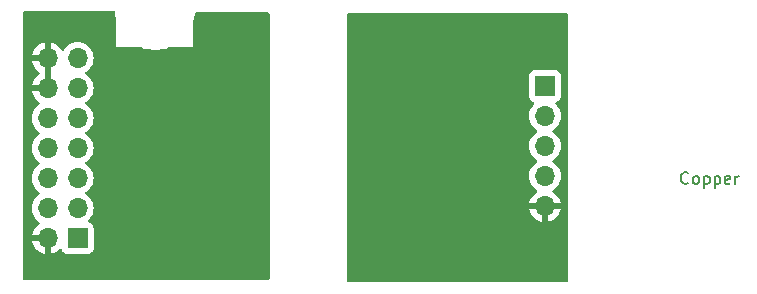
<source format=gbr>
%TF.GenerationSoftware,KiCad,Pcbnew,7.0.10*%
%TF.CreationDate,2024-08-02T12:55:58+01:00*%
%TF.ProjectId,RL78I1C_PMOD_PROG_ADAPTOR_ISO,524c3738-4931-4435-9f50-4d4f445f5052,0*%
%TF.SameCoordinates,PX5b8d800PY7997ee0*%
%TF.FileFunction,Copper,L2,Bot*%
%TF.FilePolarity,Positive*%
%FSLAX46Y46*%
G04 Gerber Fmt 4.6, Leading zero omitted, Abs format (unit mm)*
G04 Created by KiCad (PCBNEW 7.0.10) date 2024-08-02 12:55:58*
%MOMM*%
%LPD*%
G01*
G04 APERTURE LIST*
%ADD10C,0.150000*%
%TA.AperFunction,NonConductor*%
%ADD11C,0.150000*%
%TD*%
%TA.AperFunction,ComponentPad*%
%ADD12O,1.700000X1.700000*%
%TD*%
%TA.AperFunction,ComponentPad*%
%ADD13R,1.700000X1.700000*%
%TD*%
%TA.AperFunction,ViaPad*%
%ADD14C,0.800000*%
%TD*%
G04 APERTURE END LIST*
D10*
D11*
X58634207Y11869420D02*
X58586588Y11821800D01*
X58586588Y11821800D02*
X58443731Y11774181D01*
X58443731Y11774181D02*
X58348493Y11774181D01*
X58348493Y11774181D02*
X58205636Y11821800D01*
X58205636Y11821800D02*
X58110398Y11917039D01*
X58110398Y11917039D02*
X58062779Y12012277D01*
X58062779Y12012277D02*
X58015160Y12202753D01*
X58015160Y12202753D02*
X58015160Y12345610D01*
X58015160Y12345610D02*
X58062779Y12536086D01*
X58062779Y12536086D02*
X58110398Y12631324D01*
X58110398Y12631324D02*
X58205636Y12726562D01*
X58205636Y12726562D02*
X58348493Y12774181D01*
X58348493Y12774181D02*
X58443731Y12774181D01*
X58443731Y12774181D02*
X58586588Y12726562D01*
X58586588Y12726562D02*
X58634207Y12678943D01*
X59205636Y11774181D02*
X59110398Y11821800D01*
X59110398Y11821800D02*
X59062779Y11869420D01*
X59062779Y11869420D02*
X59015160Y11964658D01*
X59015160Y11964658D02*
X59015160Y12250372D01*
X59015160Y12250372D02*
X59062779Y12345610D01*
X59062779Y12345610D02*
X59110398Y12393229D01*
X59110398Y12393229D02*
X59205636Y12440848D01*
X59205636Y12440848D02*
X59348493Y12440848D01*
X59348493Y12440848D02*
X59443731Y12393229D01*
X59443731Y12393229D02*
X59491350Y12345610D01*
X59491350Y12345610D02*
X59538969Y12250372D01*
X59538969Y12250372D02*
X59538969Y11964658D01*
X59538969Y11964658D02*
X59491350Y11869420D01*
X59491350Y11869420D02*
X59443731Y11821800D01*
X59443731Y11821800D02*
X59348493Y11774181D01*
X59348493Y11774181D02*
X59205636Y11774181D01*
X59967541Y12440848D02*
X59967541Y11440848D01*
X59967541Y12393229D02*
X60062779Y12440848D01*
X60062779Y12440848D02*
X60253255Y12440848D01*
X60253255Y12440848D02*
X60348493Y12393229D01*
X60348493Y12393229D02*
X60396112Y12345610D01*
X60396112Y12345610D02*
X60443731Y12250372D01*
X60443731Y12250372D02*
X60443731Y11964658D01*
X60443731Y11964658D02*
X60396112Y11869420D01*
X60396112Y11869420D02*
X60348493Y11821800D01*
X60348493Y11821800D02*
X60253255Y11774181D01*
X60253255Y11774181D02*
X60062779Y11774181D01*
X60062779Y11774181D02*
X59967541Y11821800D01*
X60872303Y12440848D02*
X60872303Y11440848D01*
X60872303Y12393229D02*
X60967541Y12440848D01*
X60967541Y12440848D02*
X61158017Y12440848D01*
X61158017Y12440848D02*
X61253255Y12393229D01*
X61253255Y12393229D02*
X61300874Y12345610D01*
X61300874Y12345610D02*
X61348493Y12250372D01*
X61348493Y12250372D02*
X61348493Y11964658D01*
X61348493Y11964658D02*
X61300874Y11869420D01*
X61300874Y11869420D02*
X61253255Y11821800D01*
X61253255Y11821800D02*
X61158017Y11774181D01*
X61158017Y11774181D02*
X60967541Y11774181D01*
X60967541Y11774181D02*
X60872303Y11821800D01*
X62158017Y11821800D02*
X62062779Y11774181D01*
X62062779Y11774181D02*
X61872303Y11774181D01*
X61872303Y11774181D02*
X61777065Y11821800D01*
X61777065Y11821800D02*
X61729446Y11917039D01*
X61729446Y11917039D02*
X61729446Y12297991D01*
X61729446Y12297991D02*
X61777065Y12393229D01*
X61777065Y12393229D02*
X61872303Y12440848D01*
X61872303Y12440848D02*
X62062779Y12440848D01*
X62062779Y12440848D02*
X62158017Y12393229D01*
X62158017Y12393229D02*
X62205636Y12297991D01*
X62205636Y12297991D02*
X62205636Y12202753D01*
X62205636Y12202753D02*
X61729446Y12107515D01*
X62634208Y11774181D02*
X62634208Y12440848D01*
X62634208Y12250372D02*
X62681827Y12345610D01*
X62681827Y12345610D02*
X62729446Y12393229D01*
X62729446Y12393229D02*
X62824684Y12440848D01*
X62824684Y12440848D02*
X62919922Y12440848D01*
D12*
%TO.P,J1,14,Pin_14*%
%TO.N,GND*%
X4400000Y22420000D03*
%TO.P,J1,13,Pin_13*%
%TO.N,/~{RESET_OUT}*%
X6940000Y22420000D03*
%TO.P,J1,12,Pin_12*%
%TO.N,GND*%
X4400000Y19880000D03*
%TO.P,J1,11,Pin_11*%
%TO.N,unconnected-(J1-Pin_11-Pad11)*%
X6940000Y19880000D03*
%TO.P,J1,10,Pin_10*%
%TO.N,/~{RESET_OUT}*%
X4400000Y17340000D03*
%TO.P,J1,9,Pin_9*%
%TO.N,VCC*%
X6940000Y17340000D03*
%TO.P,J1,8,Pin_8*%
X4400000Y14800000D03*
%TO.P,J1,7,Pin_7*%
%TO.N,unconnected-(J1-Pin_7-Pad7)*%
X6940000Y14800000D03*
%TO.P,J1,6,Pin_6*%
%TO.N,/~{RESET_IN}*%
X4400000Y12260000D03*
%TO.P,J1,5,Pin_5*%
%TO.N,/TOOL0*%
X6940000Y12260000D03*
%TO.P,J1,4,Pin_4*%
%TO.N,unconnected-(J1-Pin_4-Pad4)*%
X4400000Y9720000D03*
%TO.P,J1,3,Pin_3*%
%TO.N,unconnected-(J1-Pin_3-Pad3)*%
X6940000Y9720000D03*
%TO.P,J1,2,Pin_2*%
%TO.N,GND*%
X4400000Y7180000D03*
D13*
%TO.P,J1,1,Pin_1*%
%TO.N,unconnected-(J1-Pin_1-Pad1)*%
X6940000Y7180000D03*
%TD*%
%TO.P,J2,1,Pin_1*%
%TO.N,VCOM*%
X46500000Y20075000D03*
D12*
%TO.P,J2,2,Pin_2*%
%TO.N,/~{RESET_IN_MCU}*%
X46500000Y17535000D03*
%TO.P,J2,3,Pin_3*%
%TO.N,/~{RESET_OUT_MCU}*%
X46500000Y14995000D03*
%TO.P,J2,4,Pin_4*%
%TO.N,/TOOL0_MCU*%
X46500000Y12455000D03*
%TO.P,J2,5,Pin_5*%
%TO.N,GNDD*%
X46500000Y9915000D03*
%TD*%
D14*
%TO.N,GND*%
X19650000Y14150000D03*
X15050000Y5900000D03*
X19650000Y20227500D03*
%TO.N,GNDD*%
X40900000Y11100000D03*
X33200000Y21700000D03*
X32900000Y19300000D03*
X43400000Y5200000D03*
X34900000Y5100000D03*
%TD*%
%TA.AperFunction,Conductor*%
%TO.N,GNDD*%
G36*
X48393039Y26230315D02*
G01*
X48438794Y26177511D01*
X48450000Y26126000D01*
X48450000Y3574000D01*
X48430315Y3506961D01*
X48377511Y3461206D01*
X48326000Y3450000D01*
X29874000Y3450000D01*
X29806961Y3469685D01*
X29761206Y3522489D01*
X29750000Y3574000D01*
X29750000Y12455000D01*
X45144341Y12455000D01*
X45164936Y12219597D01*
X45164938Y12219587D01*
X45226094Y11991345D01*
X45226096Y11991341D01*
X45226097Y11991337D01*
X45325965Y11777170D01*
X45325967Y11777166D01*
X45461501Y11583605D01*
X45461506Y11583598D01*
X45628597Y11416507D01*
X45628603Y11416502D01*
X45814594Y11286270D01*
X45858219Y11231693D01*
X45865413Y11162195D01*
X45833890Y11099840D01*
X45814595Y11083120D01*
X45628922Y10953110D01*
X45628920Y10953109D01*
X45461891Y10786080D01*
X45461886Y10786074D01*
X45326400Y10592580D01*
X45326399Y10592578D01*
X45226570Y10378493D01*
X45226567Y10378487D01*
X45169364Y10165001D01*
X45169364Y10165000D01*
X46066314Y10165000D01*
X46040507Y10124844D01*
X46000000Y9986889D01*
X46000000Y9843111D01*
X46040507Y9705156D01*
X46066314Y9665000D01*
X45169364Y9665000D01*
X45226567Y9451514D01*
X45226570Y9451508D01*
X45326399Y9237422D01*
X45461894Y9043918D01*
X45628917Y8876895D01*
X45822421Y8741400D01*
X46036507Y8641571D01*
X46036516Y8641567D01*
X46250000Y8584366D01*
X46250000Y9479499D01*
X46357685Y9430320D01*
X46464237Y9415000D01*
X46535763Y9415000D01*
X46642315Y9430320D01*
X46750000Y9479499D01*
X46750000Y8584367D01*
X46963483Y8641567D01*
X46963492Y8641571D01*
X47177578Y8741400D01*
X47371082Y8876895D01*
X47538105Y9043918D01*
X47673600Y9237422D01*
X47773429Y9451508D01*
X47773432Y9451514D01*
X47830636Y9665000D01*
X46933686Y9665000D01*
X46959493Y9705156D01*
X47000000Y9843111D01*
X47000000Y9986889D01*
X46959493Y10124844D01*
X46933686Y10165000D01*
X47830636Y10165000D01*
X47830635Y10165001D01*
X47773432Y10378487D01*
X47773429Y10378493D01*
X47673600Y10592578D01*
X47673599Y10592580D01*
X47538113Y10786074D01*
X47538108Y10786080D01*
X47371078Y10953110D01*
X47185405Y11083121D01*
X47141780Y11137698D01*
X47134588Y11207196D01*
X47166110Y11269551D01*
X47185406Y11286270D01*
X47371401Y11416505D01*
X47538495Y11583599D01*
X47674035Y11777170D01*
X47773903Y11991337D01*
X47835063Y12219592D01*
X47855659Y12455000D01*
X47835063Y12690408D01*
X47773903Y12918663D01*
X47674035Y13132829D01*
X47538495Y13326401D01*
X47538494Y13326403D01*
X47371402Y13493494D01*
X47371396Y13493499D01*
X47185842Y13623425D01*
X47142217Y13678002D01*
X47135023Y13747500D01*
X47166546Y13809855D01*
X47185842Y13826575D01*
X47208026Y13842109D01*
X47371401Y13956505D01*
X47538495Y14123599D01*
X47674035Y14317170D01*
X47773903Y14531337D01*
X47835063Y14759592D01*
X47855659Y14995000D01*
X47835063Y15230408D01*
X47773903Y15458663D01*
X47674035Y15672829D01*
X47538495Y15866401D01*
X47538494Y15866403D01*
X47371402Y16033494D01*
X47371396Y16033499D01*
X47185842Y16163425D01*
X47142217Y16218002D01*
X47135023Y16287500D01*
X47166546Y16349855D01*
X47185842Y16366575D01*
X47208026Y16382109D01*
X47371401Y16496505D01*
X47538495Y16663599D01*
X47674035Y16857170D01*
X47773903Y17071337D01*
X47835063Y17299592D01*
X47855659Y17535000D01*
X47835063Y17770408D01*
X47773903Y17998663D01*
X47674035Y18212829D01*
X47538495Y18406401D01*
X47416567Y18528329D01*
X47383084Y18589649D01*
X47388068Y18659341D01*
X47429939Y18715275D01*
X47460915Y18732190D01*
X47592331Y18781204D01*
X47707546Y18867454D01*
X47793796Y18982669D01*
X47844091Y19117517D01*
X47850500Y19177127D01*
X47850499Y20972872D01*
X47844091Y21032483D01*
X47793796Y21167331D01*
X47793795Y21167332D01*
X47793793Y21167336D01*
X47707547Y21282545D01*
X47707544Y21282548D01*
X47592335Y21368794D01*
X47592328Y21368798D01*
X47457482Y21419092D01*
X47457483Y21419092D01*
X47397883Y21425499D01*
X47397881Y21425500D01*
X47397873Y21425500D01*
X47397864Y21425500D01*
X45602129Y21425500D01*
X45602123Y21425499D01*
X45542516Y21419092D01*
X45407671Y21368798D01*
X45407664Y21368794D01*
X45292455Y21282548D01*
X45292452Y21282545D01*
X45206206Y21167336D01*
X45206202Y21167329D01*
X45155908Y21032483D01*
X45149501Y20972884D01*
X45149501Y20972877D01*
X45149500Y20972865D01*
X45149500Y19177130D01*
X45149501Y19177124D01*
X45155908Y19117517D01*
X45206202Y18982672D01*
X45206206Y18982665D01*
X45292452Y18867456D01*
X45292455Y18867453D01*
X45407664Y18781207D01*
X45407671Y18781203D01*
X45539081Y18732190D01*
X45595015Y18690319D01*
X45619432Y18624855D01*
X45604580Y18556582D01*
X45583430Y18528327D01*
X45461503Y18406400D01*
X45325965Y18212831D01*
X45325964Y18212829D01*
X45226098Y17998665D01*
X45226094Y17998656D01*
X45164938Y17770414D01*
X45164936Y17770404D01*
X45144341Y17535001D01*
X45144341Y17535000D01*
X45164936Y17299597D01*
X45164938Y17299587D01*
X45226094Y17071345D01*
X45226096Y17071341D01*
X45226097Y17071337D01*
X45325965Y16857170D01*
X45325967Y16857166D01*
X45461501Y16663605D01*
X45461506Y16663598D01*
X45628597Y16496507D01*
X45628603Y16496502D01*
X45814158Y16366575D01*
X45857783Y16311998D01*
X45864977Y16242500D01*
X45833454Y16180145D01*
X45814158Y16163425D01*
X45628597Y16033495D01*
X45461505Y15866403D01*
X45325965Y15672831D01*
X45325964Y15672829D01*
X45226098Y15458665D01*
X45226094Y15458656D01*
X45164938Y15230414D01*
X45164936Y15230404D01*
X45144341Y14995001D01*
X45144341Y14995000D01*
X45164936Y14759597D01*
X45164938Y14759587D01*
X45226094Y14531345D01*
X45226096Y14531341D01*
X45226097Y14531337D01*
X45325965Y14317170D01*
X45325967Y14317166D01*
X45461501Y14123605D01*
X45461506Y14123598D01*
X45628597Y13956507D01*
X45628603Y13956502D01*
X45814158Y13826575D01*
X45857783Y13771998D01*
X45864977Y13702500D01*
X45833454Y13640145D01*
X45814158Y13623425D01*
X45628597Y13493495D01*
X45461505Y13326403D01*
X45325965Y13132831D01*
X45325964Y13132829D01*
X45226098Y12918665D01*
X45226094Y12918656D01*
X45164938Y12690414D01*
X45164936Y12690404D01*
X45144341Y12455001D01*
X45144341Y12455000D01*
X29750000Y12455000D01*
X29750000Y26126000D01*
X29769685Y26193039D01*
X29822489Y26238794D01*
X29874000Y26250000D01*
X48326000Y26250000D01*
X48393039Y26230315D01*
G37*
%TD.AperFunction*%
%TD*%
%TA.AperFunction,Conductor*%
%TO.N,GND*%
G36*
X4650000Y20315502D02*
G01*
X4542315Y20364680D01*
X4435763Y20380000D01*
X4364237Y20380000D01*
X4257685Y20364680D01*
X4150000Y20315502D01*
X4150000Y21984499D01*
X4257685Y21935320D01*
X4364237Y21920000D01*
X4435763Y21920000D01*
X4542315Y21935320D01*
X4650000Y21984499D01*
X4650000Y20315502D01*
G37*
%TD.AperFunction*%
%TA.AperFunction,Conductor*%
G36*
X10070538Y26380315D02*
G01*
X10116293Y26327511D01*
X10127317Y26282713D01*
X10135375Y26134078D01*
X10135377Y26134061D01*
X10194660Y25772453D01*
X10194662Y25772443D01*
X10195480Y25769499D01*
X10200000Y25736323D01*
X10200000Y23350000D01*
X12244499Y23350000D01*
X12284090Y23343510D01*
X12594560Y23238900D01*
X12952455Y23160121D01*
X13316769Y23120500D01*
X13316775Y23120500D01*
X13683225Y23120500D01*
X13683231Y23120500D01*
X14047545Y23160121D01*
X14405440Y23238900D01*
X14715909Y23343510D01*
X14755501Y23350000D01*
X16750000Y23350000D01*
X16750000Y25556241D01*
X16754520Y25589415D01*
X16789350Y25714861D01*
X16805337Y25772440D01*
X16864624Y26134075D01*
X16867261Y26182714D01*
X16890546Y26248589D01*
X16945750Y26291418D01*
X16991079Y26300000D01*
X23076000Y26300000D01*
X23143039Y26280315D01*
X23188794Y26227511D01*
X23200000Y26176000D01*
X23200000Y3774000D01*
X23180315Y3706961D01*
X23127511Y3661206D01*
X23076000Y3650000D01*
X2424000Y3650000D01*
X2356961Y3669685D01*
X2311206Y3722489D01*
X2300000Y3774000D01*
X2300000Y9720000D01*
X3044341Y9720000D01*
X3064936Y9484597D01*
X3064938Y9484587D01*
X3126094Y9256345D01*
X3126096Y9256341D01*
X3126097Y9256337D01*
X3130000Y9247968D01*
X3225965Y9042170D01*
X3225967Y9042166D01*
X3334281Y8887479D01*
X3361505Y8848599D01*
X3528599Y8681505D01*
X3695439Y8564682D01*
X3714594Y8551270D01*
X3758219Y8496693D01*
X3765413Y8427195D01*
X3733890Y8364840D01*
X3714595Y8348120D01*
X3528922Y8218110D01*
X3528920Y8218109D01*
X3361891Y8051080D01*
X3361886Y8051074D01*
X3226400Y7857580D01*
X3226399Y7857578D01*
X3126570Y7643493D01*
X3126567Y7643487D01*
X3069364Y7430001D01*
X3069364Y7430000D01*
X3966314Y7430000D01*
X3940507Y7389844D01*
X3900000Y7251889D01*
X3900000Y7108111D01*
X3940507Y6970156D01*
X3966314Y6930000D01*
X3069364Y6930000D01*
X3126567Y6716514D01*
X3126570Y6716508D01*
X3226399Y6502422D01*
X3361894Y6308918D01*
X3528917Y6141895D01*
X3722421Y6006400D01*
X3936507Y5906571D01*
X3936516Y5906567D01*
X4150000Y5849366D01*
X4150000Y6744499D01*
X4257685Y6695320D01*
X4364237Y6680000D01*
X4435763Y6680000D01*
X4542315Y6695320D01*
X4650000Y6744499D01*
X4650000Y5849367D01*
X4863483Y5906567D01*
X4863492Y5906571D01*
X5077578Y6006400D01*
X5271078Y6141892D01*
X5393133Y6263947D01*
X5454456Y6297432D01*
X5524148Y6292448D01*
X5580082Y6250577D01*
X5596997Y6219599D01*
X5646202Y6087672D01*
X5646206Y6087665D01*
X5732452Y5972456D01*
X5732455Y5972453D01*
X5847664Y5886207D01*
X5847671Y5886203D01*
X5982517Y5835909D01*
X5982516Y5835909D01*
X5989444Y5835165D01*
X6042127Y5829500D01*
X7837872Y5829501D01*
X7897483Y5835909D01*
X8032331Y5886204D01*
X8147546Y5972454D01*
X8233796Y6087669D01*
X8284091Y6222517D01*
X8290500Y6282127D01*
X8290499Y8077872D01*
X8284091Y8137483D01*
X8283002Y8140402D01*
X8233797Y8272329D01*
X8233793Y8272336D01*
X8147547Y8387545D01*
X8147544Y8387548D01*
X8032335Y8473794D01*
X8032328Y8473798D01*
X7900917Y8522811D01*
X7844983Y8564682D01*
X7820566Y8630147D01*
X7835418Y8698420D01*
X7856563Y8726668D01*
X7978495Y8848599D01*
X8114035Y9042170D01*
X8213903Y9256337D01*
X8275063Y9484592D01*
X8295659Y9720000D01*
X8275063Y9955408D01*
X8213903Y10183663D01*
X8114035Y10397829D01*
X8108425Y10405842D01*
X7978494Y10591403D01*
X7811402Y10758494D01*
X7811396Y10758499D01*
X7625842Y10888425D01*
X7582217Y10943002D01*
X7575023Y11012500D01*
X7606546Y11074855D01*
X7625842Y11091575D01*
X7648026Y11107109D01*
X7811401Y11221505D01*
X7978495Y11388599D01*
X8114035Y11582170D01*
X8213903Y11796337D01*
X8275063Y12024592D01*
X8295659Y12260000D01*
X8275063Y12495408D01*
X8213903Y12723663D01*
X8114035Y12937829D01*
X8108425Y12945842D01*
X7978494Y13131403D01*
X7811402Y13298494D01*
X7811396Y13298499D01*
X7625842Y13428425D01*
X7582217Y13483002D01*
X7575023Y13552500D01*
X7606546Y13614855D01*
X7625842Y13631575D01*
X7648026Y13647109D01*
X7811401Y13761505D01*
X7978495Y13928599D01*
X8114035Y14122170D01*
X8213903Y14336337D01*
X8275063Y14564592D01*
X8295659Y14800000D01*
X8275063Y15035408D01*
X8213903Y15263663D01*
X8114035Y15477829D01*
X8108425Y15485842D01*
X7978494Y15671403D01*
X7811402Y15838494D01*
X7811396Y15838499D01*
X7625842Y15968425D01*
X7582217Y16023002D01*
X7575023Y16092500D01*
X7606546Y16154855D01*
X7625842Y16171575D01*
X7648026Y16187109D01*
X7811401Y16301505D01*
X7978495Y16468599D01*
X8114035Y16662170D01*
X8213903Y16876337D01*
X8275063Y17104592D01*
X8295659Y17340000D01*
X8275063Y17575408D01*
X8213903Y17803663D01*
X8114035Y18017829D01*
X8108425Y18025842D01*
X7978494Y18211403D01*
X7811402Y18378494D01*
X7811396Y18378499D01*
X7625842Y18508425D01*
X7582217Y18563002D01*
X7575023Y18632500D01*
X7606546Y18694855D01*
X7625842Y18711575D01*
X7648026Y18727109D01*
X7811401Y18841505D01*
X7978495Y19008599D01*
X8114035Y19202170D01*
X8213903Y19416337D01*
X8275063Y19644592D01*
X8295659Y19880000D01*
X8275063Y20115408D01*
X8213903Y20343663D01*
X8114035Y20557829D01*
X8108731Y20565405D01*
X7978494Y20751403D01*
X7811402Y20918494D01*
X7811396Y20918499D01*
X7625842Y21048425D01*
X7582217Y21103002D01*
X7575023Y21172500D01*
X7606546Y21234855D01*
X7625842Y21251575D01*
X7648026Y21267109D01*
X7811401Y21381505D01*
X7978495Y21548599D01*
X8114035Y21742170D01*
X8213903Y21956337D01*
X8275063Y22184592D01*
X8295659Y22420000D01*
X8275063Y22655408D01*
X8213903Y22883663D01*
X8114035Y23097829D01*
X8108731Y23105405D01*
X7978494Y23291403D01*
X7811402Y23458494D01*
X7811395Y23458499D01*
X7617834Y23594033D01*
X7617830Y23594035D01*
X7617828Y23594036D01*
X7403663Y23693903D01*
X7403659Y23693904D01*
X7403655Y23693906D01*
X7175413Y23755062D01*
X7175403Y23755064D01*
X6940001Y23775659D01*
X6939999Y23775659D01*
X6704596Y23755064D01*
X6704586Y23755062D01*
X6476344Y23693906D01*
X6476335Y23693902D01*
X6262171Y23594036D01*
X6262169Y23594035D01*
X6068597Y23458495D01*
X5901508Y23291406D01*
X5771269Y23105405D01*
X5716692Y23061781D01*
X5647193Y23054588D01*
X5584839Y23086110D01*
X5568119Y23105406D01*
X5438113Y23291074D01*
X5438108Y23291080D01*
X5271082Y23458106D01*
X5077578Y23593601D01*
X4863492Y23693430D01*
X4863486Y23693433D01*
X4650000Y23750636D01*
X4650000Y22855502D01*
X4542315Y22904680D01*
X4435763Y22920000D01*
X4364237Y22920000D01*
X4257685Y22904680D01*
X4150000Y22855502D01*
X4150000Y23750636D01*
X4149999Y23750636D01*
X3936513Y23693433D01*
X3936507Y23693430D01*
X3722422Y23593601D01*
X3722420Y23593600D01*
X3528926Y23458114D01*
X3528920Y23458109D01*
X3361891Y23291080D01*
X3361886Y23291074D01*
X3226400Y23097580D01*
X3226399Y23097578D01*
X3126570Y22883493D01*
X3126567Y22883487D01*
X3069364Y22670001D01*
X3069364Y22670000D01*
X3966314Y22670000D01*
X3940507Y22629844D01*
X3900000Y22491889D01*
X3900000Y22348111D01*
X3940507Y22210156D01*
X3966314Y22170000D01*
X3069364Y22170000D01*
X3126567Y21956514D01*
X3126570Y21956508D01*
X3226399Y21742422D01*
X3361894Y21548918D01*
X3528917Y21381895D01*
X3715031Y21251575D01*
X3758656Y21196997D01*
X3765848Y21127499D01*
X3734326Y21065144D01*
X3715031Y21048425D01*
X3528922Y20918110D01*
X3528920Y20918109D01*
X3361891Y20751080D01*
X3361886Y20751074D01*
X3226400Y20557580D01*
X3226399Y20557578D01*
X3126570Y20343493D01*
X3126567Y20343487D01*
X3069364Y20130001D01*
X3069364Y20130000D01*
X3966314Y20130000D01*
X3940507Y20089844D01*
X3900000Y19951889D01*
X3900000Y19808111D01*
X3940507Y19670156D01*
X3966314Y19630000D01*
X3069364Y19630000D01*
X3126567Y19416514D01*
X3126570Y19416508D01*
X3226399Y19202422D01*
X3361894Y19008918D01*
X3528917Y18841895D01*
X3714595Y18711881D01*
X3758219Y18657304D01*
X3765412Y18587805D01*
X3733890Y18525451D01*
X3714595Y18508731D01*
X3528594Y18378492D01*
X3361505Y18211403D01*
X3225965Y18017831D01*
X3225964Y18017829D01*
X3126098Y17803665D01*
X3126094Y17803656D01*
X3064938Y17575414D01*
X3064936Y17575404D01*
X3044341Y17340001D01*
X3044341Y17340000D01*
X3064936Y17104597D01*
X3064938Y17104587D01*
X3126094Y16876345D01*
X3126096Y16876341D01*
X3126097Y16876337D01*
X3130000Y16867968D01*
X3225965Y16662170D01*
X3225967Y16662166D01*
X3334281Y16507479D01*
X3361501Y16468604D01*
X3361506Y16468598D01*
X3528597Y16301507D01*
X3528603Y16301502D01*
X3714158Y16171575D01*
X3757783Y16116998D01*
X3764977Y16047500D01*
X3733454Y15985145D01*
X3714158Y15968425D01*
X3528597Y15838495D01*
X3361505Y15671403D01*
X3225965Y15477831D01*
X3225964Y15477829D01*
X3126098Y15263665D01*
X3126094Y15263656D01*
X3064938Y15035414D01*
X3064936Y15035404D01*
X3044341Y14800001D01*
X3044341Y14800000D01*
X3064936Y14564597D01*
X3064938Y14564587D01*
X3126094Y14336345D01*
X3126096Y14336341D01*
X3126097Y14336337D01*
X3130000Y14327968D01*
X3225965Y14122170D01*
X3225967Y14122166D01*
X3334281Y13967479D01*
X3361501Y13928604D01*
X3361506Y13928598D01*
X3528597Y13761507D01*
X3528603Y13761502D01*
X3714158Y13631575D01*
X3757783Y13576998D01*
X3764977Y13507500D01*
X3733454Y13445145D01*
X3714158Y13428425D01*
X3528597Y13298495D01*
X3361505Y13131403D01*
X3225965Y12937831D01*
X3225964Y12937829D01*
X3126098Y12723665D01*
X3126094Y12723656D01*
X3064938Y12495414D01*
X3064936Y12495404D01*
X3044341Y12260001D01*
X3044341Y12260000D01*
X3064936Y12024597D01*
X3064938Y12024587D01*
X3126094Y11796345D01*
X3126096Y11796341D01*
X3126097Y11796337D01*
X3130000Y11787968D01*
X3225965Y11582170D01*
X3225967Y11582166D01*
X3334281Y11427479D01*
X3361501Y11388604D01*
X3361506Y11388598D01*
X3528597Y11221507D01*
X3528603Y11221502D01*
X3714158Y11091575D01*
X3757783Y11036998D01*
X3764977Y10967500D01*
X3733454Y10905145D01*
X3714158Y10888425D01*
X3528597Y10758495D01*
X3361505Y10591403D01*
X3225965Y10397831D01*
X3225964Y10397829D01*
X3126098Y10183665D01*
X3126094Y10183656D01*
X3064938Y9955414D01*
X3064936Y9955404D01*
X3044341Y9720001D01*
X3044341Y9720000D01*
X2300000Y9720000D01*
X2300000Y26276000D01*
X2319685Y26343039D01*
X2372489Y26388794D01*
X2424000Y26400000D01*
X10003499Y26400000D01*
X10070538Y26380315D01*
G37*
%TD.AperFunction*%
%TD*%
M02*

</source>
